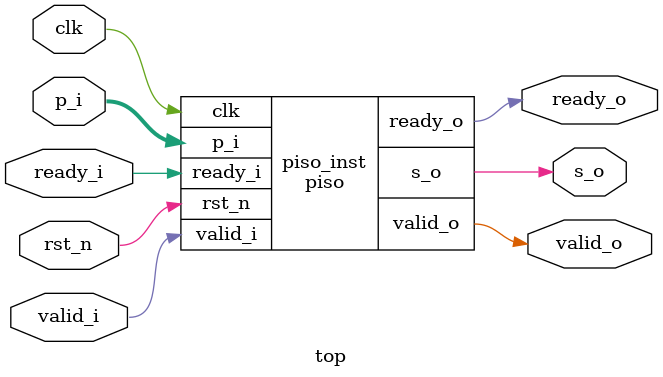
<source format=v>
/* Generated by Yosys 0.9+4274 (git sha1 e6dd4db0, gcc 9.3.0-17ubuntu1~20.04 -fPIC -Os) */

module piso(clk, rst_n, ready_o, valid_i, valid_o, ready_i, p_i, s_o);
  wire _00_;
  wire _01_;
  wire _02_;
  wire _03_;
  wire _04_;
  wire _05_;
  wire _06_;
  wire _07_;
  wire _08_;
  wire _09_;
  wire _10_;
  wire _11_;
  wire _12_;
  wire _13_;
  wire _14_;
  wire _15_;
  wire _16_;
  wire _17_;
  wire _18_;
  wire _19_;
  wire _20_;
  wire _21_;
  wire _22_;
  wire _23_;
  wire _24_;
  wire _25_;
  wire _26_;
  wire _27_;
  wire _28_;
  wire _29_;
  wire _30_;
  wire _31_;
  wire _32_;
  wire _33_;
  wire _34_;
  wire _35_;
  wire _36_;
  wire _37_;
  wire _38_;
  wire _39_;
  wire _40_;
  wire _41_;
  wire _42_;
  input clk;
  wire [2:0] count;
  wire current_state;
  wire next_state;
  wire [7:0] p;
  input [7:0] p_i;
  wire [6:0] p_next;
  input ready_i;
  output ready_o;
  input rst_n;
  output s_o;
  input valid_i;
  output valid_o;
  sky130_fd_sc_hd__clkinv_1 _43_ (
    .A(s_o),
    .Y(_11_)
  );
  sky130_fd_sc_hd__clkinv_1 _44_ (
    .A(current_state),
    .Y(ready_o)
  );
  sky130_fd_sc_hd__clkinv_1 _45_ (
    .A(p[7]),
    .Y(_12_)
  );
  sky130_fd_sc_hd__lpflow_isobufsrc_1 _46_ (
    .A(valid_i),
    .SLEEP(current_state),
    .X(_13_)
  );
  sky130_fd_sc_hd__nand2b_1 _47_ (
    .A_N(current_state),
    .B(valid_i),
    .Y(_14_)
  );
  sky130_fd_sc_hd__mux2_1 _48_ (
    .A0(valid_i),
    .A1(ready_i),
    .S(current_state),
    .X(_15_)
  );
  sky130_fd_sc_hd__nand2_1 _49_ (
    .A(p[7]),
    .B(_14_),
    .Y(_16_)
  );
  sky130_fd_sc_hd__nand2_1 _50_ (
    .A(p_i[6]),
    .B(_13_),
    .Y(_17_)
  );
  sky130_fd_sc_hd__nor2_1 _51_ (
    .A(p[6]),
    .B(_15_),
    .Y(_18_)
  );
  sky130_fd_sc_hd__a31oi_1 _52_ (
    .A1(_15_),
    .A2(_16_),
    .A3(_17_),
    .B1(_18_),
    .Y(_09_)
  );
  sky130_fd_sc_hd__nand2_1 _53_ (
    .A(p[6]),
    .B(_14_),
    .Y(_19_)
  );
  sky130_fd_sc_hd__nand2_1 _54_ (
    .A(p_i[5]),
    .B(_13_),
    .Y(_20_)
  );
  sky130_fd_sc_hd__nor2_1 _55_ (
    .A(p[5]),
    .B(_15_),
    .Y(_21_)
  );
  sky130_fd_sc_hd__a31oi_1 _56_ (
    .A1(_15_),
    .A2(_19_),
    .A3(_20_),
    .B1(_21_),
    .Y(_08_)
  );
  sky130_fd_sc_hd__nand2_1 _57_ (
    .A(p[5]),
    .B(_14_),
    .Y(_22_)
  );
  sky130_fd_sc_hd__nand2_1 _58_ (
    .A(p_i[4]),
    .B(_13_),
    .Y(_23_)
  );
  sky130_fd_sc_hd__nor2_1 _59_ (
    .A(p[4]),
    .B(_15_),
    .Y(_24_)
  );
  sky130_fd_sc_hd__a31oi_1 _60_ (
    .A1(_15_),
    .A2(_22_),
    .A3(_23_),
    .B1(_24_),
    .Y(_07_)
  );
  sky130_fd_sc_hd__nand2_1 _61_ (
    .A(p[4]),
    .B(_14_),
    .Y(_25_)
  );
  sky130_fd_sc_hd__nand2_1 _62_ (
    .A(p_i[3]),
    .B(_13_),
    .Y(_26_)
  );
  sky130_fd_sc_hd__nor2_1 _63_ (
    .A(p[3]),
    .B(_15_),
    .Y(_27_)
  );
  sky130_fd_sc_hd__a31oi_1 _64_ (
    .A1(_15_),
    .A2(_25_),
    .A3(_26_),
    .B1(_27_),
    .Y(_06_)
  );
  sky130_fd_sc_hd__nand2_1 _65_ (
    .A(p[3]),
    .B(_14_),
    .Y(_28_)
  );
  sky130_fd_sc_hd__nand2_1 _66_ (
    .A(p_i[2]),
    .B(_13_),
    .Y(_29_)
  );
  sky130_fd_sc_hd__nor2_1 _67_ (
    .A(p[2]),
    .B(_15_),
    .Y(_30_)
  );
  sky130_fd_sc_hd__a31oi_1 _68_ (
    .A1(_15_),
    .A2(_28_),
    .A3(_29_),
    .B1(_30_),
    .Y(_05_)
  );
  sky130_fd_sc_hd__nand2_1 _69_ (
    .A(p[2]),
    .B(_14_),
    .Y(_31_)
  );
  sky130_fd_sc_hd__nand2_1 _70_ (
    .A(p_i[1]),
    .B(_13_),
    .Y(_32_)
  );
  sky130_fd_sc_hd__nor2_1 _71_ (
    .A(p[1]),
    .B(_15_),
    .Y(_33_)
  );
  sky130_fd_sc_hd__a31oi_1 _72_ (
    .A1(_15_),
    .A2(_31_),
    .A3(_32_),
    .B1(_33_),
    .Y(_04_)
  );
  sky130_fd_sc_hd__a32oi_1 _73_ (
    .A1(p[1]),
    .A2(ready_i),
    .A3(current_state),
    .B1(p_i[0]),
    .B2(_13_),
    .Y(_34_)
  );
  sky130_fd_sc_hd__o21ai_0 _74_ (
    .A1(_11_),
    .A2(_15_),
    .B1(_34_),
    .Y(_03_)
  );
  sky130_fd_sc_hd__and3_1 _75_ (
    .A(count[0]),
    .B(ready_i),
    .C(current_state),
    .X(_35_)
  );
  sky130_fd_sc_hd__and4_1 _76_ (
    .A(count[1]),
    .B(count[0]),
    .C(ready_i),
    .D(current_state),
    .X(_36_)
  );
  sky130_fd_sc_hd__nor2_1 _77_ (
    .A(count[2]),
    .B(_36_),
    .Y(_37_)
  );
  sky130_fd_sc_hd__nand3_1 _78_ (
    .A(count[2]),
    .B(count[1]),
    .C(count[0]),
    .Y(_38_)
  );
  sky130_fd_sc_hd__nand2_1 _79_ (
    .A(current_state),
    .B(_38_),
    .Y(_39_)
  );
  sky130_fd_sc_hd__a21oi_1 _80_ (
    .A1(_15_),
    .A2(_39_),
    .B1(_37_),
    .Y(_02_)
  );
  sky130_fd_sc_hd__o21ai_0 _81_ (
    .A1(count[1]),
    .A2(_35_),
    .B1(_14_),
    .Y(_40_)
  );
  sky130_fd_sc_hd__nor2_1 _82_ (
    .A(_36_),
    .B(_40_),
    .Y(_01_)
  );
  sky130_fd_sc_hd__a21oi_1 _83_ (
    .A1(ready_i),
    .A2(current_state),
    .B1(count[0]),
    .Y(_41_)
  );
  sky130_fd_sc_hd__nor3_1 _84_ (
    .A(_13_),
    .B(_35_),
    .C(_41_),
    .Y(_00_)
  );
  sky130_fd_sc_hd__nand2_1 _85_ (
    .A(_14_),
    .B(_39_),
    .Y(next_state)
  );
  sky130_fd_sc_hd__nand2_1 _86_ (
    .A(p_i[7]),
    .B(_13_),
    .Y(_42_)
  );
  sky130_fd_sc_hd__o21ai_0 _87_ (
    .A1(_12_),
    .A2(_15_),
    .B1(_42_),
    .Y(_10_)
  );
  sky130_fd_sc_hd__dfrtp_1 _88_ (
    .CLK(clk),
    .D(next_state),
    .Q(current_state),
    .RESET_B(rst_n)
  );
  sky130_fd_sc_hd__dfrtp_1 _89_ (
    .CLK(clk),
    .D(_00_),
    .Q(count[0]),
    .RESET_B(rst_n)
  );
  sky130_fd_sc_hd__dfrtp_1 _90_ (
    .CLK(clk),
    .D(_01_),
    .Q(count[1]),
    .RESET_B(rst_n)
  );
  sky130_fd_sc_hd__dfrtp_1 _91_ (
    .CLK(clk),
    .D(_02_),
    .Q(count[2]),
    .RESET_B(rst_n)
  );
  sky130_fd_sc_hd__dfrtp_1 _92_ (
    .CLK(clk),
    .D(_03_),
    .Q(s_o),
    .RESET_B(rst_n)
  );
  sky130_fd_sc_hd__dfrtp_1 _93_ (
    .CLK(clk),
    .D(_04_),
    .Q(p[1]),
    .RESET_B(rst_n)
  );
  sky130_fd_sc_hd__dfrtp_1 _94_ (
    .CLK(clk),
    .D(_05_),
    .Q(p[2]),
    .RESET_B(rst_n)
  );
  sky130_fd_sc_hd__dfrtp_1 _95_ (
    .CLK(clk),
    .D(_06_),
    .Q(p[3]),
    .RESET_B(rst_n)
  );
  sky130_fd_sc_hd__dfrtp_1 _96_ (
    .CLK(clk),
    .D(_07_),
    .Q(p[4]),
    .RESET_B(rst_n)
  );
  sky130_fd_sc_hd__dfrtp_1 _97_ (
    .CLK(clk),
    .D(_08_),
    .Q(p[5]),
    .RESET_B(rst_n)
  );
  sky130_fd_sc_hd__dfrtp_1 _98_ (
    .CLK(clk),
    .D(_09_),
    .Q(p[6]),
    .RESET_B(rst_n)
  );
  sky130_fd_sc_hd__dfrtp_1 _99_ (
    .CLK(clk),
    .D(_10_),
    .Q(p[7]),
    .RESET_B(rst_n)
  );
  assign p[0] = s_o;
  assign p_next = p[7:1];
  assign valid_o = current_state;
endmodule

module top(clk, rst_n, ready_o, valid_i, valid_o, ready_i, p_i, s_o);
  input clk;
  input [7:0] p_i;
  input ready_i;
  output ready_o;
  input rst_n;
  output s_o;
  input valid_i;
  output valid_o;
  piso piso_inst (
    .clk(clk),
    .p_i(p_i),
    .ready_i(ready_i),
    .ready_o(ready_o),
    .rst_n(rst_n),
    .s_o(s_o),
    .valid_i(valid_i),
    .valid_o(valid_o)
  );
endmodule

</source>
